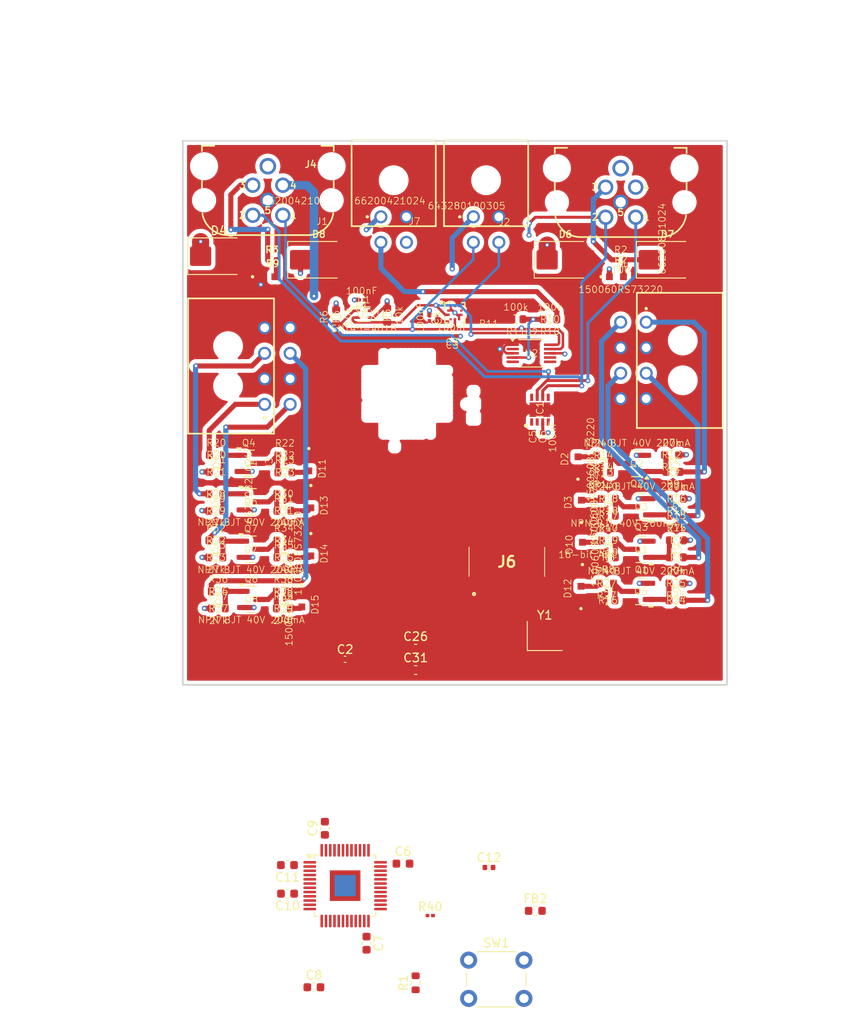
<source format=kicad_pcb>
(kicad_pcb (version 20241229) (generator "pcbnew") (generator_version "9.0")
  (layers (0 "F.Cu" signal) (4 "In1.Cu" signal) (6 "In2.Cu" signal) (2 "B.Cu" signal) (13 "F.Paste" user) (15 "B.Paste" user) (5 "F.SilkS" user "F.Silkscreen") (7 "B.SilkS" user "B.Silkscreen") (1 "F.Mask" user) (3 "B.Mask" user) (25 "Edge.Cuts" user))
  (net 0 "")
  (net 1 "GND")
  (net 2 "Net-(U3-NRST)")
  (net 3 "/CAN_RX")
  (net 4 "/CAN_L")
  (net 5 "/CAN_TX")
  (net 6 "/SHDN")
  (net 7 "/CAN_H")
  (net 8 "/STB")
  (net 9 "/p_out")
  (net 11 "Net-(Q2-B)")
  (net 12 "Net-(Q3-B)")
  (net 13 "Net-(U2-AIN0)")
  (net 18 "/ls 2.1")
  (net 19 "/ls 1.1")
  (net 20 "/s 1.1")
  (net 21 "/s 2.1")
  (net 22 "Net-(D2-PadA)")
  (net 24 "Net-(D3-PadA)")
  (net 25 "Net-(J2-Pin_3)")
  (net 26 "Net-(D10-PadA)")
  (net 27 "Net-(D11-PadA)")
  (net 28 "Net-(D12-PadA)")
  (net 29 "Net-(D13-PadA)")
  (net 30 "Net-(Q1-B)")
  (net 31 "/s 3.1")
  (net 32 "/s 5.1")
  (net 33 "Net-(Q4-B)")
  (net 34 "/s 4.1")
  (net 35 "Net-(Q5-B)")
  (net 36 "Net-(Q6-B)")
  (net 37 "/s 6.1")
  (net 38 "/ls 3.1")
  (net 39 "/ls 5.1")
  (net 40 "/ls 4.1")
  (net 41 "/ls 6.1")
  (net 42 "Net-(D14-PadA)")
  (net 43 "Net-(D15-PadA)")
  (net 44 "/ls 7.1")
  (net 45 "/ls 8.1")
  (net 46 "Net-(Q7-B)")
  (net 47 "Net-(Q8-B)")
  (net 48 "/s 7.1")
  (net 49 "/s 8.1")
  (net 50 "+3.3V")
  (net 51 "/sensor_stm/OSC_IN")
  (net 52 "Net-(D7-A1)")
  (net 53 "Net-(D9-PadA)")
  (net 54 "+5V")
  (net 55 "/sensor_stm/OSC_OUT")
  (net 57 "/sensor_stm/UART0.TX")
  (net 58 "/sensor_stm/JTAG_TDI")
  (net 59 "/sensor_stm/nRST")
  (net 60 "/sensor_stm/JTAG_TMS{slash}SWDIO")
  (net 61 "/sensor_stm/UART0.RX")
  (net 62 "/sensor_stm/JTAG_TDO{slash}SWD")
  (net 65 "/sensor_stm/JTAG_TCK{slash}SWCLK")
  (net 66 "/sensor_stm/SDA")
  (net 67 "/sensor_stm/SCL")
  (net 82 "/sensor_stm/CAN.TX")
  (footprint "Capacitor_SMD:C_0201_0603Metric" (layer "F.Cu") (at 169.68 78 180)
    (property "Reference" "C3")
    (property "Value" "100nF")
  )
  (footprint "Package_TO_SOT_SMD:SOT-23" (layer "F.Cu") (at 146.0625 108.95)
    (property "Reference" "Q8")
    (property "Value" "NPN BJT 40V 200mA")
  )
  (footprint "Resistor_SMD:R_0603_1608Metric" (layer "F.Cu") (at 196.05 102 180)
    (property "Reference" "R7")
    (property "Value" "27k")
  )
  (footprint "dz_con:Wuerth_WR_CIRCM_643280100305" (layer "F.Cu") (at 189.5 62.23223 180)
    (property "Reference" "J2")
    (property "Value" "643280100305")
  )
  (footprint "Resistor_SMD:R_0603_1608Metric" (layer "F.Cu") (at 188 109.05 180)
    (property "Reference" "R26" (hide yes))
    (property "Value" "1k")
  )
  (footprint "Capacitor_SMD:C_0603_1608Metric" (layer "F.Cu") (at 159.61 149.375 -90)
    (property "Reference" "C7")
    (property "Value" "10nF")
  )
  (footprint "Resistor_SMD:R_0603_1608Metric" (layer "F.Cu") (at 149.8875 98.525)
    (property "Reference" "R31")
    (property "Value" "240")
  )
  (footprint "dz_dio:LED_0603" (layer "F.Cu") (at 189 71)
    (property "Reference" "D1")
    (property "Value" "150060RS73220")
  )
  (footprint "Resistor_SMD:R_0603_1608Metric" (layer "F.Cu") (at 149.8875 96.525)
    (property "Reference" "R30" (hide yes))
    (property "Value" "1k")
  )
  (footprint "Package_TO_SOT_SMD:SOT-23" (layer "F.Cu") (at 191.8875 108 180)
    (property "Reference" "Q5" (hide yes))
    (property "Value" "NPN BJT 40V 200mA")
  )
  (footprint "Diode_SMD:D_SMB" (layer "F.Cu") (at 154 69)
    (property "Reference" "D8")
    (property "Value" "SMBJ3.3A")
  )
  (footprint "dz_comm:TCAN3414DRBR" (layer "F.Cu") (at 180.005 86.63 90)
    (property "Reference" "IC1")
    (property "Value" "TCAN3414DRBR" (hide yes))
  )
  (footprint "Resistor_SMD:R_0603_1608Metric" (layer "F.Cu") (at 149.8875 104)
    (property "Reference" "R35")
    (property "Value" "240")
  )
  (footprint "Resistor_SMD:R_0603_1608Metric" (layer "F.Cu") (at 150 92)
    (property "Reference" "R22")
    (property "Value" "1k")
  )
  (footprint "dz_dio:LED_0603" (layer "F.Cu") (at 184.475 93 90)
    (property "Reference" "D2")
    (property "Value" "150060BS73220")
  )
  (footprint "Package_TO_SOT_SMD:SOT-23" (layer "F.Cu") (at 191.9375 103.05 180)
    (property "Reference" "Q1")
    (property "Value" "NPN BJT 40V 200mA")
  )
  (footprint "Diode_SMD:D_SMB" (layer "F.Cu") (at 142.24 68.58)
    (property "Reference" "D4")
    (property "Value" "SMBJ3.3A")
  )
  (footprint "dz_dio:LED_0603" (layer "F.Cu") (at 184.875 98.1 90)
    (property "Reference" "D3")
    (property "Value" "150060BS73220")
  )
  (footprint "Package_TO_SOT_SMD:SOT-23" (layer "F.Cu") (at 145.7625 92.95)
    (property "Reference" "Q4")
    (property "Value" "NPN BJT 40V 200mA" (hide yes))
  )
  (footprint "Resistor_SMD:R_0603_1608Metric" (layer "F.Cu") (at 188.05 99.1 180)
    (property "Reference" "R17")
    (property "Value" "1k")
  )
  (footprint "dz_dio:LED_0603" (layer "F.Cu") (at 152.825 93 -90)
    (property "Reference" "D11")
    (property "Value" "150060BS73220" (hide yes))
  )
  (footprint "Resistor_SMD:R_0603_1608Metric" (layer "F.Cu") (at 141.9375 93.95)
    (property "Reference" "R21")
    (property "Value" "27k" (hide yes))
  )
  (footprint "Capacitor_SMD:C_0402_1005Metric" (layer "F.Cu") (at 174.01 140.47)
    (property "Reference" "C12")
    (property "Value" "4.7uF")
  )
  (footprint "Sensor_Humidity:Sensirion_DFN-4_1.5x1.5mm_P0.8mm_SHT4x_NoCentralPad" (layer "F.Cu") (at 159.3 75.4)
    (property "Reference" "U1")
    (property "Value" "SHT45-AD1B")
  )
  (footprint "Button_Switch_THT:SW_PUSH_6mm" (layer "F.Cu") (at 171.62 151.37)
    (property "Reference" "SW1")
    (property "Value" "Button Switch SPST-No")
  )
  (footprint "Resistor_SMD:R_0603_1608Metric" (layer "F.Cu") (at 196.05 99.1 180)
    (property "Reference" "R15")
    (property "Value" "1k")
  )
  (footprint "Package_TO_SOT_SMD:SOT-23" (layer "F.Cu") (at 191.4125 92.95 180)
    (property "Reference" "Q2")
    (property "Value" "NPN BJT 40V 200mA")
  )
  (footprint "Resistor_SMD:R_0603_1608Metric" (layer "F.Cu") (at 195.65 93.95 180)
    (property "Reference" "R9")
    (property "Value" "1k")
  )
  (footprint "dz_dio:LED_0603" (layer "F.Cu") (at 153.0625 97.35 -90)
    (property "Reference" "D13")
    (property "Value" "150060BS73220" (hide yes))
  )
  (footprint "Resistor_SMD:R_0603_1608Metric" (layer "F.Cu") (at 196 109.05 180)
    (property "Reference" "R24" (hide yes))
    (property "Value" "1k")
  )
  (footprint "dz_con:Wurth_66200421024" (layer "F.Cu") (at 173.67 60 180)
    (property "Reference" "J7")
    (property "Value" "66200421024")
  )
  (footprint "dz_con:Wuerth_WR_CIRCM_643280100305" (layer "F.Cu") (at 148 62 180)
    (property "Reference" "J4")
    (property "Value" "643280100305")
  )
  (footprint "Resistor_SMD:R_0603_1608Metric" (layer "F.Cu") (at 196.05 104 180)
    (property "Reference" "R4")
    (property "Value" "1k")
  )
  (footprint "Resistor_SMD:R_0603_1608Metric" (layer "F.Cu") (at 149.8875 102)
    (property "Reference" "R34")
    (property "Value" "1k")
  )
  (footprint "Capacitor_SMD:C_0402_1005Metric" (layer "F.Cu") (at 157.09 115.99)
    (property "Reference" "C2")
    (property "Value" "100nF")
  )
  (footprint "Resistor_SMD:R_0603_1608Metric" (layer "F.Cu") (at 141.8875 104)
    (property "Reference" "R33")
    (property "Value" "27k")
  )
  (footprint "Resistor_SMD:R_0603_1608Metric" (layer "F.Cu") (at 141.8875 96.525)
    (property "Reference" "R28" (hide yes))
    (property "Value" "1k")
  )
  (footprint "Resistor_SMD:R_0201_0603Metric" (layer "F.Cu") (at 167.1 146.13)
    (property "Reference" "R40")
    (property "Value" "0")
  )
  (footprint "dz_con:Wurth_66200821024" (layer "F.Cu") (at 196.45 80.84 90)
    (property "Reference" "J5" (hide yes))
    (property "Value" "66200821024")
  )
  (footprint "Resistor_SMD:R_0603_1608Metric" (layer "F.Cu") (at 149.825 110)
    (property "Reference" "R39")
    (property "Value" "240")
  )
  (footprint "Resistor_SMD:R_0603_1608Metric" (layer "F.Cu") (at 188.05 97.1 180)
    (property "Reference" "R18")
    (property "Value" "240")
  )
  (footprint "dz_con:FTSH-107-XX-YYY-DV" (layer "F.Cu") (at 176.11 104.525)
    (property "Reference" "J6")
    (property "Value" "FTSH-107-02-L-DV" (hide yes))
  )
  (footprint "Resistor_SMD:R_0402_1005Metric" (layer "F.Cu") (at 148.49 69)
    (property "Reference" "R3")
    (property "Value" "100")
  )
  (footprint "Diode_SMD:D_SMB" (layer "F.Cu") (at 183 69)
    (property "Reference" "D6")
    (property "Value" "SMBJ3.3A")
  )
  (footprint "Resistor_SMD:R_0603_1608Metric" (layer "F.Cu") (at 196 107.05 180)
    (property "Reference" "R25")
    (property "Value" "27k")
  )
  (footprint "Resistor_SMD:R_0603_1608Metric" (layer "F.Cu") (at 165.38 154.035 90)
    (property "Reference" "R1")
    (property "Value" "10k")
  )
  (footprint "Package_TO_SOT_SMD:SOT-23" (layer "F.Cu") (at 146 103.05)
    (property "Reference" "Q7")
    (property "Value" "NPN BJT 40V 200mA")
  )
  (footprint "Resistor_SMD:R_0603_1608Metric" (layer "F.Cu") (at 141.9375 91.95)
    (property "Reference" "R20")
    (property "Value" "1k")
  )
  (footprint "Crystal:Crystal_SMD_3225-4Pin_3.2x2.5mm" (layer "F.Cu") (at 180.57 113.25)
    (property "Reference" "Y1")
    (property "Value" "16.0MHz")
  )
  (footprint "Resistor_SMD:R_0603_1608Metric" (layer "F.Cu") (at 149.825 108)
    (property "Reference" "R38")
    (property "Value" "1k")
  )
  (footprint "Resistor_SMD:R_0603_1608Metric" (layer "F.Cu") (at 162.035 75.535 90)
    (property "Reference" "R5")
    (property "Value" "10k")
  )
  (footprint "Resistor_SMD:R_0603_1608Metric" (layer "F.Cu") (at 188.05 104 180)
    (property "Reference" "R8")
    (property "Value" "1k")
  )
  (footprint "Resistor_SMD:R_0603_1608Metric" (layer "F.Cu") (at 141.8875 102)
    (property "Reference" "R32")
    (property "Value" "1k")
  )
  (footprint "Resistor_SMD:R_0603_1608Metric" (layer "F.Cu") (at 150 94)
    (property "Reference" "R23")
    (property "Value" "240" (hide yes))
  )
  (footprint "Resistor_SMD:R_0603_1608Metric" (layer "F.Cu") (at 187.825 107.05 180)
    (property "Reference" "R27")
    (property "Value" "240")
  )
  (footprint "dz_con:Wurth_66200821024" (layer "F.Cu") (at 143.675 81.5 -90)
    (property "Reference" "J3")
    (property "Value" "66200821024")
  )
  (footprint "Capacitor_SMD:C_0603_1608Metric" (layer "F.Cu") (at 153.42 154.56)
    (property "Reference" "C8")
    (property "Value" "100nF")
  )
  (footprint "Resistor_SMD:R_0603_1608Metric" (layer "F.Cu") (at 142.175 110)
    (property "Reference" "R37")
    (property "Value" "27k")
  )
  (footprint "dz_dio:LED_0603" (layer "F.Cu") (at 148 71)
    (property "Reference" "D9")
    (property "Value" "150060RS73220")
  )
  (footprint "dz_dio:LED_0603" (layer "F.Cu") (at 185 103.05 90)
    (property "Reference" "D10")
    (property "Value" "150060BS73220")
  )
  (footprint "Resistor_SMD:R_0603_1608Metric" (layer "F.Cu") (at 181.175 76 180)
    (property "Reference" "R10")
    (property "Value" "100k")
  )
  (footprint "Package_TO_SOT_SMD:SOT-23" (layer "F.Cu") (at 191.9375 98.05 180)
    (property "Reference" "Q3")
    (property "Value" "NPN BJT 40V 200mA")
  )
  (footprint "Package_SO:VSSOP-10_3x3mm_P0.5mm" (layer "F.Cu") (at 179 80)
    (property "Reference" "U2")
    (property "Value" "16-bit ADC")
  )
  (footprint "Capacitor_SMD:C_0603_1608Metric" (layer "F.Cu") (at 165.39 117.25)
    (property "Reference" "C31")
    (property "Value" "10pF")
  )
  (footprint "Package_TO_SOT_SMD:SOT-23" (layer "F.Cu") (at 146 97.475)
    (property "Reference" "Q6" (hide yes))
    (property "Value" "NPN BJT 40V 200mA")
  )
  (footprint "dz_dio:LED_0603" (layer "F.Cu") (at 184.825 108.225 90)
    (property "Reference" "D12")
    (property "Value" "150060BS73220" (hide yes))
  )
  (footprint "dz_sens:QFN10_BMP581_BOS" (layer "F.Cu") (at 170 75.225)
    (property "Reference" "U4" (hide yes))
    (property "Value" "BMP581")
  )
  (footprint "dz_dio:LED_0603" (layer "F.Cu") (at 153.0625 103 -90)
    (property "Reference" "D14")
    (property "Value" "150060BS73220")
  )
  (footprint "Capacitor_SMD:C_0603_1608Metric" (layer "F.Cu") (at 150.32 143.55 180)
    (property "Reference" "C10")
    (property "Value" "100nF")
  )
  (footprint "Resistor_SMD:R_0603_1608Metric" (layer "F.Cu") (at 141.8875 98.525)
    (property "Reference" "R29")
    (property "Value" "27k")
  )
  (footprint "dz_con:Wurth_66200421024" (layer "F.Cu") (at 162.8 60 180)
    (property "Reference" "J1")
    (property "Value" "66200421024")
  )
  (footprint "Capacitor_SMD:C_0402_1005Metric" (layer "F.Cu") (at 180.33 89.819997 90)
    (property "Reference" "C5")
    (property "Value" "100nF")
  )
  (footprint "Resistor_SMD:R_0603_1608Metric" (layer "F.Cu") (at 187.475 94 180)
    (property "Reference" "R13")
    (property "Value" "1k")
  )
  (footprint "dz_dio:LED_0603" (layer "F.Cu") (at 152 109 -90)
    (property "Reference" "D15")
    (property "Value" "150060BS73220")
  )
  (footprint "Resistor_SMD:R_0603_1608Metric" (layer "F.Cu") (at 142.175 108)
    (property "Reference" "R36")
    (property "Value" "1k")
  )
  (footprint "Inductor_SMD:L_0603_1608Metric" (layer "F.Cu") (at 179.46 145.57)
    (property "Reference" "FB2")
    (property "Value" "100Ω@100MHz")
  )
  (footprint "Capacitor_SMD:C_0201_0603Metric" (layer "F.Cu") (at 159.035 73.71 180)
    (property "Reference" "C1")
    (property "Value" "100nF")
  )
  (footprint "Diode_SMD:D_SMB" (layer "F.Cu") (at 195 69)
    (property "Reference" "D7")
    (property "Value" "SMBJ3.3A")
  )
  (footprint "Capacitor_SMD:C_0603_1608Metric" (layer "F.Cu") (at 165.39 114.74)
    (property "Reference" "C26")
    (property "Value" "10pF")
  )
  (footprint "Capacitor_SMD:C_0201_0603Metric" (layer "F.Cu") (at 167 75.88 -90)
    (property "Reference" "C4")
    (property "Value" "100nF")
  )
  (footprint "Resistor_SMD:R_0402_1005Metric" (layer "F.Cu") (at 189.51 69)
    (property "Reference" "R2")
    (property "Value" "100")
  )
  (footprint "Capacitor_SMD:C_0603_1608Metric" (layer "F.Cu") (at 163.895 140.02)
    (property "Reference" "C6")
    (property "Value" "100nF")
  )
  (footprint "Capacitor_SMD:C_0603_1608Metric" (layer "F.Cu") (at 154.71 135.86 90)
    (property "Reference" "C9")
    (property "Value" "1uF")
  )
  (footprint "Resistor_SMD:R_0603_1608Metric" (layer "F.Cu") (at 195.475 91.95 180)
    (property "Reference" "R12")
    (property "Value" "27k")
  )
  (footprint "Resistor_SMD:R_0603_1608Metric" (layer "F.Cu") (at 156.035 75.71 90)
    (property "Reference" "R6")
    (property "Value" "10k")
  )
  (footprint "dz_mcu:STM32L451CET6" (layer "F.Cu") (at 157.09 142.61)
    (property "Reference" "U3" (hide yes))
    (property "Value" "STM32L451CET6")
  )
  (footprint "Resistor_SMD:R_0603_1608Metric" (layer "F.Cu") (at 196.05 97.1 180)
    (property "Reference" "R16")
    (property "Value" "27k")
  )
  (footprint "Resistor_SMD:R_0603_1608Metric" (layer "F.Cu") (at 187.475 92 180)
    (property "Reference" "R14")
    (property "Value" "240")
  )
  (footprint "Resistor_SMD:R_0603_1608Metric" (layer "F.Cu") (at 177.175 76 180)
    (property "Reference" "R11")
    (property "Value" "100k")
  )
  (footprint "Capacitor_SMD:C_0603_1608Metric" (layer "F.Cu") (at 150.31 140.19 180)
    (property "Reference" "C11")
    (property "Value" "100nF")
  )
  (footprint "Resistor_SMD:R_0603_1608Metric" (layer "F.Cu") (at 188.05 102 180)
    (property "Reference" "R19")
    (property "Value" "240")
  )
  (gr_rect (start 138 55) (end 202 119) (stroke (width 0.2)) (fill no) (layer "Edge.Cuts"))
  (segment (start 175.774 79.49) (end 175.31 79.49) (width 0.3) (layer "F.Cu") (net 1))
  (segment (start 176.041176 79) (end 176.8 79) (width 0.3) (layer "F.Cu") (net 1))
  (segment (start 147.175 71.915) (end 147.17 71.92) (width 0.6) (layer "F.Cu") (net 1))
  (segment (start 175.774 79.49) (end 175.774 79.267176) (width 0.3) (layer "F.Cu") (net 1))
  (segment (start 147.175 71) (end 147.175 71.915) (width 0.6) (layer "F.Cu") (net 1))
  (segment (start 176.041176 80) (end 175.774 79.732824) (width 0.3) (layer "F.Cu") (net 1))
  (segment (start 176.8 80) (end 176.041176 80) (width 0.3) (layer "F.Cu") (net 1))
  (segment (start 175.774 79.267176) (end 176.041176 79) (width 0.3) (layer "F.Cu") (net 1))
  (segment (start 175.774 79.732824) (end 175.774 79.49) (width 0.3) (layer "F.Cu") (net 1))
  (segment (start 175.31 79.49) (end 175.3 79.5) (width 0.3) (layer "F.Cu") (net 1))
  (via (at 147.17 71.92) (size 0.6) (drill 0.3) (layers "F.Cu" "B.Cu") (net 1))
  (via (at 175.3 79.5) (size 0.6) (drill 0.3) (layers "F.Cu" "B.Cu") (net 1))
  (segment (start 178.76 64.7) (end 179.46 64) (width 0.35) (layer "F.Cu") (net 4))
  (segment (start 184.92 83.83) (end 184.9 83.81) (width 0.35) (layer "F.Cu") (net 4))
  (segment (start 179.46 64) (end 187.73223 64) (width 0.35) (layer "F.Cu") (net 4))
  (segment (start 184.9 83.81) (end 180.925 83.81) (width 0.35) (layer "F.Cu") (net 4))
  (segment (start 180.33 84.405) (end 180.33 85.18) (width 0.35) (layer "F.Cu") (net 4))
  (segment (start 180.925 83.81) (end 180.33 84.405) (width 0.35) (layer "F.Cu") (net 4))
  (via (at 178.72 66.105) (size 0.6) (drill 0.3) (layers "F.Cu" "B.Cu") (net 4))
  (via (at 184.92 83.83) (size 0.6) (drill 0.3) (layers "F.Cu" "B.Cu") (net 4))
  (via (at 178.76 64.7) (size 0.6) (drill 0.3) (layers "F.Cu" "B.Cu") (net 4))
  (segment (start 187.73223 68.82777) (end 187.73223 64) (width 0.35) (layer "B.Cu") (net 4))
  (segment (start 184.52 82.76) (end 173.5 82.76) (width 0.35) (layer "B.Cu") (net 4))
  (segment (start 147.43777 63.76777) (end 146.23223 63.76777) (width 0.35) (layer "B.Cu") (net 4))
  (segment (start 178.72 66.105) (end 178.72 64.74) (width 0.35) (layer "B.Cu") (net 4))
  (segment (start 184.92 71.64) (end 187.73223 68.82777) (width 0.35) (layer "B.Cu") (net 4))
  (segment (start 178.72 64.74) (end 178.76 64.7) (width 0.35) (layer "B.Cu") (net 4))
  (segment (start 184.92 83.16) (end 184.92 71.64) (width 0.35) (layer "B.Cu") (net 4))
  (segment (start 173.5 82.76) (end 169.31 78.57) (width 0.35) (layer "B.Cu") (net 4))
  (segment (start 149.32 71.29) (end 149.32 65.65) (width 0.35) (layer "B.Cu") (net 4))
  (segment (start 156.6 78.57) (end 149.32 71.29) (width 0.35) (layer "B.Cu") (net 4))
  (segment (start 149.32 65.65) (end 147.43777 63.76777) (width 0.35) (layer "B.Cu") (net 4))
  (segment (start 184.92 83.16) (end 184.52 82.76) (width 0.35) (layer "B.Cu") (net 4))
  (segment (start 184.92 83.83) (end 184.92 83.16) (width 0.35) (layer "B.Cu") (net 4))
  (segment (start 169.31 78.57) (end 156.6 78.57) (width 0.35) (layer "B.Cu") (net 4))
  (segment (start 179.68 84.34648) (end 180.82248 83.204) (width 0.35) (layer "F.Cu") (net 7))
  (segment (start 181 82.135) (end 181 83.02648) (width 0.3) (layer "F.Cu") (net 7))
  (segment (start 181 83.02648) (end 180.82248 83.204) (width 0.3) (layer "F.Cu") (net 7))
  (segment (start 180.82248 83.204) (end 185.624 83.204) (width 0.35) (layer "F.Cu") (net 7))
  (segment (start 179.68 85.18) (end 179.68 84.34648) (width 0.35) (layer "F.Cu") (net 7))
  (segment (start 185.624 83.204) (end 185.64 83.22) (width 0.35) (layer "F.Cu") (net 7))
  (via (at 185.64 83.22) (size 0.6) (drill 0.3) (layers "F.Cu" "B.Cu") (net 7))
  (via (at 181 82.135) (size 0.6) (drill 0.3) (layers "F.Cu" "B.Cu") (net 7))
  (segment (start 150.08 70.87) (end 150.08 71.194206) (width 0.3) (layer "B.Cu") (net 7))
  (segment (start 149.76777 63.76777) (end 150.08 64.08) (width 0.3) (layer "B.Cu") (net 7))
  (segment (start 150.08 71.194206) (end 156.765794 77.88) (width 0.3) (layer "B.Cu") (net 7))
  (segment (start 173.865 82.135) (end 181 82.135) (width 0.3) (layer "B.Cu") (net 7))
  (segment (start 150.08 64.08) (end 150.08 70.87) (width 0.3) (layer "B.Cu") (net 7))
  (segment (start 169.61 77.88) (end 170.52 78.79) (width 0.3) (layer "B.Cu") (net 7))
  (segment (start 170.52 78.79) (end 173.865 82.135) (width 0.3) (layer "B.Cu") (net 7))
  (segment (start 185.64 83.22) (end 185.64 76.45) (width 0.35) (layer "B.Cu") (net 7))
  (segment (start 191.26777 70.82223) (end 191.26777 64) (width 0.35) (layer "B.Cu") (net 7))
  (segment (start 156.765794 77.88) (end 156.93 77.88) (width 0.3) (layer "B.Cu") (net 7))
  (segment (start 156.93 77.88) (end 169.61 77.88) (width 0.3) (layer "B.Cu") (net 7))
  (segment (start 185.64 76.45) (end 191.26777 70.82223) (width 0.35) (layer "B.Cu") (net 7))
  (segment (start 182 76) (end 182 75.11) (width 0.6) (layer "F.Cu") (net 9))
  (segment (start 179.64 72.75) (end 166.24 72.75) (width 0.6) (layer "F.Cu") (net 9))
  (segment (start 181.35 74.46) (end 179.64 72.75) (width 0.6) (layer "F.Cu") (net 9))
  (segment (start 182 75.11) (end 181.35 74.46) (width 0.6) (layer "F.Cu") (net 9))
  (via (at 166.24 72.75) (size 0.6) (drill 0.3) (layers "F.Cu" "B.Cu") (net 9))
  (segment (start 161.3 69.99) (end 161.3 66.95) (width 0.6) (layer "B.Cu") (net 9))
  (segment (start 166.24 72.75) (end 164.06 72.75) (width 0.6) (layer "B.Cu") (net 9))
  (segment (start 164.06 72.75) (end 161.3 69.99) (width 0.6) (layer "B.Cu") (net 9))
  (segment (start 194.825 92.125) (end 194.65 91.95) (width 0.6) (layer "F.Cu") (net 11))
  (segment (start 192.35 93.9) (end 194.775 93.9) (width 0.6) (layer "F.Cu") (net 11))
  (segment (start 194.775 93.9) (end 194.825 93.95) (width 0.6) (layer "F.Cu") (net 11))
  (segment (start 194.825 93.95) (end 194.825 92.125) (width 0.6) (layer "F.Cu") (net 11))
  (segment (start 192.875 99) (end 195.125 99) (width 0.6) (layer "F.Cu") (net 12))
  (segment (start 195.125 99) (end 195.225 99.1) (width 0.6) (layer "F.Cu") (net 12))
  (segment (start 195.225 99.1) (end 195.225 97.1) (width 0.6) (layer "F.Cu") (net 12))
  (segment (start 176.8 80.5) (end 178.68 80.5) (width 0.3) (layer "F.Cu") (net 13))
  (segment (start 178 76) (end 180.35 76) (width 0.6) (layer "F.Cu") (net 13))
  (via (at 178.68 80.5) (size 0.6) (drill 0.3) (layers "F.Cu" "B.Cu") (net 13))
  (via (at 179.21 76.01) (size 0.6) (drill 0.3) (layers "F.Cu" "B.Cu") (net 13))
  (segment (start 178.68 80.5) (end 178.68 76.54) (width 0.3) (layer "B.Cu") (net 13))
  (segment (start 178.68 76.54) (end 179.21 76.01) (width 0.3) (layer "B.Cu") (net 13))
  (segment (start 196.875 99.1) (end 198.58 99.1) (width 0.6) (layer "F.Cu") (net 18))
  (via (at 198.58 99.1) (size 0.6) (drill 0.3) (layers "F.Cu" "B.Cu") (net 18))
  (segment (start 198.58 99.1) (end 198.58 88.42) (width 0.6) (layer "B.Cu") (net 18))
  (segment (start 198.58 88.42) (end 192.5 82.34) (width 0.6) (layer "B.Cu") (net 18))
  (segment (start 199.33 93.95) (end 196.475 93.95) (width 0.6) (layer "F.Cu") (net 19))
  (segment (start 199.35 93.93) (end 199.33 93.95) (width 0.6) (layer "F.Cu") (net 19))
  (via (at 199.35 93.93) (size 0.6) (drill 0.3) (layers "F.Cu" "B.Cu") (net 19))
  (segment (start 199.35 77.58) (end 198.11 76.34) (width 0.6) (layer "B.Cu") (net 19))
  (segment (start 199.35 93.93) (end 199.35 77.58) (width 0.6) (layer "B.Cu") (net 19))
  (segment (start 198.11 76.34) (end 192.5 76.34) (width 0.6) (layer "B.Cu") (net 19))
  (segment (start 188.3 94) (end 188.3 92) (width 0.6) (layer "F.Cu") (net 20))
  (segment (start 190.475 92.95) (end 189.25 92.95) (width 0.6) (layer "F.Cu") (net 20))
  (segment (start 189.25 92.95) (end 188.3 92) (width 0.6) (layer "F.Cu") (net 20))
  (segment (start 188.875 99.1) (end 188.875 97.1) (width 0.6) (layer "F.Cu") (net 21))
  (segment (start 191 98.05) (end 189.825 98.05) (width 0.6) (layer "F.Cu") (net 21))
  (segment (start 189.825 98.05) (end 188.875 97.1) (width 0.6) (layer "F.Cu") (net 21))
  (segment (start 184.475 92.175) (end 186.475 92.175) (width 0.6) (layer "F.Cu") (net 22))
  (segment (start 186.475 92.175) (end 186.65 92) (width 0.6) (layer "F.Cu") (net 22))
  (segment (start 187.05 97.275) (end 187.225 97.1) (width 0.6) (layer "F.Cu") (net 24))
  (segment (start 184.875 97.275) (end 187.05 97.275) (width 0.6) (layer "F.Cu") (net 24))
  (segment (start 188.42 69) (end 186.28 66.86) (width 0.6) (layer "F.Cu") (net 25))
  (segment (start 189 69) (end 188.42 69) (width 0.6) (layer "F.Cu") (net 25))
  (via (at 186.28 66.86) (size 0.6) (drill 0.3) (layers "F.Cu" "B.Cu") (net 25))
  (segment (start 186.28 61.91669) (end 187.73223 60.46446) (width 0.6) (layer "B.Cu") (net 25))
  (segment (start 186.28 66.86) (end 186.28 61.91669) (width 0.6) (layer "B.Cu") (net 25))
  (segment (start 187 102.225) (end 187.225 102) (width 0.6) (layer "F.Cu") (net 26))
  (segment (start 185 102.225) (end 187 102.225) (width 0.6) (layer "F.Cu") (net 26))
  (segment (start 152.65 94) (end 152.825 93.825) (width 0.6) (layer "F.Cu") (net 27))
  (segment (start 150.825 94) (end 152.65 94) (width 0.6) (layer "F.Cu") (net 27))
  (segment (start 186.65 107.4) (end 187 107.05) (width 0.6) (layer "F.Cu") (net 28))
  (segment (start 184.825 107.4) (end 186.65 107.4) (width 0.6) (layer "F.Cu") (net 28))
  (segment (start 152.7125 98.525) (end 153.0625 98.175) (width 0.6) (layer "F.Cu") (net 29))
  (segment (start 150.7125 98.525) (end 152.7125 98.525) (width 0.6) (layer "F.Cu") (net 29))
  (segment (start 192.875 104) (end 195.225 104) (width 0.6) (layer "F.Cu") (net 30))
  (segment (start 195.225 102) (end 195.225 104) (width 0.6) (layer "F.Cu") (net 30))
  (segment (start 189.925 103.05) (end 188.875 102) (width 0.6) (layer "F.Cu") (net 31))
  (segment (start 188.875 104) (end 188.875 102) (width 0.6) (layer "F.Cu") (net 31))
  (segment (start 191 103.05) (end 189.925 103.05) (width 0.6) (layer "F.Cu") (net 31))
  (segment (start 149.175 94) (end 149.175 92) (width 0.6) (layer "F.Cu") (net 32))
  (segment (start 146.7 92.95) (end 148.225 92.95) (width 0.6) (layer "F.Cu") (net 32))
  (segment (start 148.225 92.95) (end 149.175 92) (width 0.6) (layer "F.Cu") (net 32))
  (segment (start 144.825 92) (end 142.8125 92) (width 0.6) (layer "F.Cu") (net 33))
  (segment (start 142.8125 92) (end 142.7625 91.95) (width 0.6) (layer "F.Cu") (net 33))
  (segment (start 142.7625 91.95) (end 142.7625 93.95) (width 0.6) (layer "F.Cu") (net 33))
  (segment (start 188.825 107.225) (end 188.65 107.05) (width 0.6) (layer "F.Cu") (net 34))
  (segment (start 188.825 109.05) (end 188.825 107.225) (width 0.6) (layer "F.Cu") (net 34))
  (segment (start 190.95 108) (end 189.6 108) (width 0.6) (layer "F.Cu") (net 34))
  (segment (start 189.6 108) (end 188.65 107.05) (width 0.6) (layer "F.Cu") (net 34))
  (segment (start 195.075 108.95) (end 195.175 109.05) (width 0.6) (layer "F.Cu") (net 35))
  (segment (start 192.825 108.95) (end 195.075 108.95) (width 0.6) (layer "F.Cu") (net 35))
  (segment (start 195.175 109.05) (end 195.175 107.05) (width 0.6) (layer "F.Cu") (net 35))
  (segment (start 142.7125 98.525) (end 142.7125 96.525) (width 0.6) (layer "F.Cu") (net 36))
  (segment (start 142.7125 96.525) (end 145.0625 96.525) (width 0.6) (layer "F.Cu") (net 36))
  (segment (start 149.0625 96.525) (end 149.0625 98.525) (width 0.6) (layer "F.Cu") (net 37))
  (segment (start 146.9375 97.475) (end 148.1125 97.475) (width 0.6) (layer "F.Cu") (net 37))
  (segment (start 148.1125 97.475) (end 149.0625 96.525) (width 0.6) (layer "F.Cu") (net 37))
  (segment (start 198.67 104.05) (end 198.62 104) (width 0.6) (layer "F.Cu") (net 38))
  (segment (start 198.62 104) (end 196.875 104) (width 0.6) (layer "F.Cu") (net 38))
  (via (at 198.67 104.05) (size 0.6) (drill 0.3) (layers "F.Cu" "B.Cu") (net 38))
  (segment (start 198.665 101.855) (end 187.25 90.44) (width 0.6) (layer "B.Cu") (net 38))
  (segment (start 187.25 78.59) (end 189.5 76.34) (width 0.6) (layer "B.Cu") (net 38))
  (segment (start 187.25 90.44) (end 187.25 78.59) (width 0.6) (layer "B.Cu") (net 38))
  (segment (start 198.67 103.65) (end 198.665 103.645) (width 0.6) (layer "B.Cu") (net 38))
  (segment (start 198.665 103.645) (end 198.665 101.855) (width 0.6) (layer "B.Cu") (net 38))
  (segment (start 198.67 104.05) (end 198.67 103.65) (width 0.6) (layer "B.Cu") (net 38))
  (segment (start 141.1125 91.95) (end 141.1125 89.0675) (width 0.6) (layer "F.Cu") (net 39))
  (segment (start 141.1125 89.0675) (end 144.18 86) (width 0.6) (layer "F.Cu") (net 39))
  (segment (start 144.18 86) (end 147.625 86) (width 0.6) (layer "F.Cu") (net 39))
  (segment (start 196.825 109.05) (end 199.72 109.05) (width 0.6) (layer "F.Cu") (net 40))
  (segment (start 199.72 109.05) (end 199.73 109.04) (width 0.6) (layer "F.Cu") (net 40))
  (via (at 199.73 109.04) (size 0.6) (drill 0.3) (layers "F.Cu" "B.Cu") (net 40))
  (segment (start 191.061037 93.128963) (end 191.038963 93.128963) (width 0.6) (layer "B.Cu") (net 40))
  (segment (start 191.038963 93.128963) (end 188.001 90.091) (width 0.6) (layer "B.Cu") (net 40))
  (segment (start 188.001 83.839) (end 189.5 82.34) (width 0.6) (layer "B.Cu") (net 40))
  (segment (start 199.73 109.04) (end 199.73 101.797926) (width 0.6) (layer "B.Cu") (net 40))
  (segment (start 188.001 90.091) (end 188.001 83.839) (width 0.6) (layer "B.Cu") (net 40))
  (segment (start 199.73 101.797926) (end 191.061037 93.128963) (width 0.6) (layer "B.Cu") (net 40))
  (segment (start 139.54 81.49) (end 146.135 81.49) (width 0.6) (layer "F.Cu") (net 41))
  (segment (start 141.0625 96.525) (end 139.955 96.525) (width 0.6) (layer "F.Cu") (net 41))
  (segment (start 139.955 96.525) (end 139.94 96.51) (width 0.6) (layer "F.Cu") (net 41))
  (segment (start 146.135 81.49) (end 147.625 80) (width 0.6) (layer "F.Cu") (net 41))
  (via (at 139.94 96.51) (size 0.6) (drill 0.3) (layers "F.Cu" "B.Cu") (net 41))
  (via (at 139.54 81.49) (size 0.6) (drill 0.3) (layers "F.Cu" "B.Cu") (net 41))
  (segment (start 139.94 96.51) (end 139.499 96.069) (width 0.6) (layer "B.Cu") (net 41))
  (segment (start 139.499 81.531) (end 139.54 81.49) (width 0.6) (layer "B.Cu") (net 41))
  (segment (start 139.499 96.069) (end 139.499 81.531) (width 0.6) (layer "B.Cu") (net 41))
  (segment (start 152.8875 104) (end 153.0625 103.825) (width 0.6) (layer "F.Cu") (net 42))
  (segment (start 150.7125 104) (end 152.8875 104) (width 0.6) (layer "F.Cu") (net 42))
  (segment (start 150.65 110) (end 151.825 110) (width 0.6) (layer "F.Cu") (net 43))
  (segment (start 151.825 110) (end 152 109.825) (width 0.6) (layer "F.Cu") (net 43))
  (segment (start 141.0625 102) (end 141.0625 101.8075) (width 0.6) (layer "F.Cu") (net 44))
  (segment (start 141.0625 101.8075) (end 141.74 101.13) (width 0.6) (layer "F.Cu") (net 44))
  (segment (start 147.935 88.69) (end 150.625 86) (width 0.6) (layer "F.Cu") (net 44))
  (segment (start 143.06 88.69) (end 147.935 88.69) (width 0.6) (layer "F.Cu") (net 44))
  (via (at 143.06 88.69) (size 0.6) (drill 0.3) (layers "F.Cu" "B.Cu") (net 44))
  (via (at 141.74 101.13) (size 0.6) (drill 0.3) (layers "F.Cu" "B.Cu") (net 44))
  (segment (start 141.74 101.13) (end 143.06 99.81) (width 0.6) (layer "B.Cu") (net 44))
  (segment (start 143.06 99.81) (end 143.06 88.69) (width 0.6) (layer "B.Cu") (net 44))
  (segment (start 152.01 106.76) (end 152.29 106.48) (width 0.6) (layer "F.Cu") (net 45))
  (segment (start 141.35 107.18) (end 141.77 106.76) (width 0.6) (layer "F.Cu") (net 45))
  (segment (start 141.77 106.76) (end 152.01 106.76) (width 0.6) (layer "F.Cu") (net 45))
  (segment (start 141.35 108) (end 141.35 107.18) (width 0.6) (layer "F.Cu") (net 45))
  (via (at 152.29 106.48) (size 0.6) (drill 0.3) (layers "F.Cu" "B.Cu") (net 45))
  (segment (start 152.46 106.31) (end 152.46 81.835) (width 0.6) (layer "B.Cu") (net 45))
  (segment (start 152.29 106.48) (end 152.46 106.31) (width 0.6) (layer "B.Cu") (net 45))
  (segment (start 152.46 81.835) (end 150.625 80) (width 0.6) (layer "B.Cu") (net 45))
  (segment (start 142.7125 104) (end 142.7125 102) (width 0.6) (layer "F.Cu") (net 46))
  (segment (start 145.0625 102.1) (end 142.8125 102.1) (width 0.6) (layer "F.Cu") (net 46))
  (segment (start 142.8125 102.1) (end 142.7125 102) (width 0.6) (layer "F.Cu") (net 46))
  (segment (start 143 110) (end 143 108) (width 0.6) (layer "F.Cu") (net 47))
  (segment (start 143 108) (end 145.125 108) (width 0.6) (layer "F.Cu") (net 47))
  (segment (start 146.9375 103.05) (end 148.0125 103.05) (width 0.6) (layer "F.Cu") (net 48))
  (segment (start 149.0625 104) (end 149.0625 102) (width 0.6) (layer "F.Cu") (net 48))
  (segment (start 148.0125 103.05) (end 149.0625 102) (width 0.6) (layer "F.Cu") (net 48))
  (segment (start 147 108.95) (end 148.05 108.95) (width 0.6) (layer "F.Cu") (net 49))
  (segment (start 148.05 108.95) (end 149 108) (width 0.6) (layer "F.Cu") (net 49))
  (segment (start 149 110) (end 149 108) (width 0.6) (layer "F.Cu") (net 49))
  (segment (start 141.0625 98.525) (end 140.275 98.525) (width 0.6) (layer "F.Cu") (net 50))
  (segment (start 188.175 71) (end 188.175 70.095) (width 0.6) (layer "F.Cu") (net 50))
  (segment (start 180.33 89.339997) (end 180.969997 89.339997) (width 0.3) (layer "F.Cu") (net 50))
  (segment (start 170.760301 75.475) (end 170.245 75.475) (width 0.25) (layer "F.Cu") (net 50))
  (segment (start 196.875 102) (end 197.67 102) (width 0.6) (layer "F.Cu") (net 50))
  (segment (start 158.715 73.71) (end 158.19 73.71) (width 0.5) (layer "F.Cu") (net 50))
  (segment (start 197.67 102) (end 197.71 101.96) (width 0.6) (layer "F.Cu") (net 50))
  (segment (start 141.1125 93.95) (end 140.26 93.95) (width 0.6) (layer "F.Cu") (net 50))
  (segment (start 167 74.97) (end 167.01 74.96) (width 0.5) (layer "F.Cu") (net 50))
  (segment (start 182.85 80) (end 182.94 80.09) (width 0.3) (layer "F.Cu") (net 50))
  (segment (start 170.499999 75.998001) (end 170.499999 75.729999) (width 0.25) (layer "F.Cu") (net 50))
  (segment (start 143.65 65.48) (end 143.65 61.35) (width 0.6) (layer "F.Cu") (net 50))
  (segment (start 169.500001 74.451999) (end 169.500001 74.730001) (width 0.25) (layer "F.Cu") (net 50))
  (segment (start 197.62 107.05) (end 197.64 107.07) (width 0.6) (layer "F.Cu") (net 50))
  (segment (start 146.15 93.9) (end 146.16 93.89) (width 0.6) (layer "F.Cu") (net 50))
  (segment (start 191.7 107.05) (end 191.69 107.06) (width 0.6) (layer "F.Cu") (net 50))
  (segment (start 169.500001 74.730001) (end 170 75.23) (width 0.25) (layer "F.Cu") (net 50))
  (segment (start 188.175 70.095) (end 188.16 70.08) (width 0.6) (layer "F.Cu") (net 50))
  (segment (start 181.2 80) (end 182.85 80) (width 0.3) (layer "F.Cu") (net 50))
  (segment (start 145.0625 98.425) (end 146.395 98.425) (width 0.6) (layer "F.Cu") (net 50))
  (segment (start 145.0625 104) (end 146.23 104) (width 0.6) (layer "F.Cu") (net 50))
  (segment (start 151.85 70.57) (end 151.83 70.59) (width 0.6) (layer "F.Cu") (net 50))
  (segment (start 191.34 92) (end 192.35 92) (width 0.6) (layer "F.Cu") (net 50))
  (segment (start 140.275 98.525) (end 140.24 98.49) (width 0.6) (layer "F.Cu") (net 50))
  (segment (start 192.875 97.1) (end 191.57 97.1) (width 0.6) (layer "F.Cu") (net 50))
  (segment (start 141.35 110) (end 140.54 110) (width 0.6) (layer "F.Cu") (net 50))
  (segment (start 169.745 74.975) (end 170 75.23) (width 0.25) (layer "F.Cu") (net 50))
  (segment (start 145.125 109.9) (end 146.37 109.9) (width 0.6) (layer "F.Cu") (net 50))
  (segment (start 169.239699 74.975) (end 169.745 74.975) (width 0.25) (layer "F.Cu") (net 50))
  (segment (start 147.98 69) (end 147.98 65.45) (width 0.6) (layer "F.Cu") (net 50))
  (segment (start 180.969997 89.339997) (end 180.97 89.34) (width 0.3) (layer "F.Cu") (net 50))
  (segment (start 170.64 78) (end 170.65 77.99) (width 0.5) (layer "F.Cu") (net 50))
  (segment (start 180.33 88.079999) (end 180.33 89.339999) (width 0.35) (layer "F.Cu") (net 50))
  (segment (start 156.035 74.885) (end 156.035 74.105) (width 0.6) (layer "F.Cu") (net 50))
  (segment (start 192.825 107.05) (end 191.7 107.05) (width 0.6) (layer "F.Cu") (net 50))
  (segment (start 160 75.8) (end 160.44 75.8) (width 0.3) (layer "F.Cu") (net 50))
  (segment (start 170 78) (end 170.64 78) (width 0.5) (layer "F.Cu") (net 50))
  (segment (start 146.37 109.9) (end 146.38 109.89) (width 0.6) (layer "F.Cu") (net 50))
  (segment (start 144.825 93.9) (end 146.15 93.9) (width 0.6) (layer "F.Cu") (net 50))
  (segment (start 161.53 74.71) (end 162.035 74.71) (width 0.3) (layer "F.Cu") (net 50))
  (segment (start 197.57 97.1) (end 196.875 97.1) (width 0.6) (layer "F.Cu") (net 50))
  (segment (start 162.035 73.845) (end 162.03 73.84) (width 0.6) (layer "F.Cu") (net 50))
  (segment (start 197.21 91.95) (end 197.23 91.93) (width 0.6) (layer "F.Cu") (net 50))
  (segment (start 192.875 102.1) (end 191.77 102.1) (width 0.6) (layer "F.Cu") (net 50))
  (segment (start 162.035 74.71) (end 162.035 73.845) (width 0.6) (layer "F.Cu") (net 50))
  (segment (start 196.825 107.05) (end 197.62 107.05) (width 0.6) (layer "F.Cu") (net 50))
  (segment (start 196.3 91.95) (end 197.21 91.95) (width 0.6) (layer "F.Cu") (net 50))
  (segment (start 170.499999 75.729999) (end 170 75.23) (width 0.25) (layer "F.Cu") (net 50))
  (segment (start 158.19 73.71) (end 158.18 73.72) (width 0.5) (layer "F.Cu") (net 50))
  (segment (start 147.98 65.45) (end 148 65.43) (width 0.6) (layer "F.Cu") (net 50))
  (segment (start 151.85 69) (end 151.85 70.57) (width 0.6) (layer "F.Cu") (net 50))
  (segment (start 170.245 75.475) (end 170 75.23) (width 0.25) (layer "F.Cu") (net 50))
  (segment (start 140.26 93.95) (end 140.25 93.94) (width 0.6) (layer "F.Cu") (net 50))
  (segment (start 160.44 75.8) (end 161.53 74.71) (width 0.3) (layer "F.Cu") (net 50))
  (segment (start 167 75.56) (end 167 74.97) (width 0.5) (layer "F.Cu") (net 50))
  (segment (start 156.035 74.105) (end 156.03 74.1) (width 0.6) (layer "F.Cu") (net 50))
  (segment (start 141.0625 104) (end 140.26 104) (width 0.6) (layer "F.Cu") (net 50))
  (segment (start 144.76777 60.23223) (end 146.23223 60.23223) (width 0.6) (layer "F.Cu") (net 50))
  (segment (start 146.395 98.425) (end 146.41 98.41) (width 0.6) (layer "F.Cu") (net 50))
  (segment (start 191.77 102.1) (end 191.75 102.12) (width 0.6) (layer "F.Cu") (net 50))
  (segment (start 143.65 61.35) (end 144.76777 60.23223) (width 0.6) (layer "F.Cu") (net 50))
  (via (at 140.25 93.94) (size 0.6) (drill 0.3) (layers "F.Cu" "B.Cu") (net 50))
  (via (at 191.75 102.12) (size 0.6) (drill 0.3) (layers "F.Cu" "B.Cu") (net 50))
  (via (at 170.65 77.99) (size 0.6) (drill 0.3) (layers "F.Cu" "B.Cu") (net 50))
  (via (at 143.65 65.48) (size 0.6) (drill 0.3) (layers "F.Cu" "B.Cu") (net 50))
  (via (at 191.34 92) (size 0.6) (drill 0.3) (layers "F.Cu" "B.Cu") (net 50))
  (via (at 146.23 104) (size 0.6) (drill 0.3) (layers "F.Cu" "B.Cu") (net 50))
  (via (at 148 65.43) (size 0.6) (drill 0.3) (layers "F.Cu" "B.Cu") (net 50))
  (via (at 197.57 97.1) (size 0.6) (drill 0.3) (layers "F.Cu" "B.Cu") (net 50))
  (via (at 162.03 73.84) (size 0.6) (drill 0.3) (layers "F.Cu" "B.Cu") (net 50))
  (via (at 170 75.23) (size 0.6) (drill 0.3) (layers "F.Cu" "B.Cu") (net 50))
  (via (at 191.69 107.06) (size 0.6) (drill 0.3) (layers "F.Cu" "B.Cu") (net 50))
  (via (at 146.38 109.89) (size 0.6) (drill 0.3) (layers "F.Cu" "B.Cu") (net 50))
  (via (at 169.69 70.08) (size 0.6) (drill 0.3) (layers "F.Cu" "B.Cu") (net 50))
  (via (at 197.23 91.93) (size 0.6) (drill 0.3) (layers "F.Cu" "B.Cu") (net 50))
  (via (at 191.57 97.1) (size 0.6) (drill 0.3) (layers "F.Cu" "B.Cu") (net 50))
  (via (at 146.41 98.41) (size 0.6) (drill 0.3) (layers "F.Cu" "B.Cu") (net 50))
  (via (at 156.03 74.1) (size 0.6) (drill 0.3) (layers "F.Cu" "B.Cu") (net 50))
  (via (at 197.71 101.96) (size 0.6) (drill 0.3) (layers "F.Cu" "B.Cu") (net 50))
  (via (at 182.94 80.09) (size 0.6) (drill 0.3) (layers "F.Cu" "B.Cu") (net 50))
  (via (at 188.16 70.08) (size 0.6) (drill 0.3) (layers "F.Cu" "B.Cu") (net 50))
  (via (at 180.97 89.34) (size 0.6) (drill 0.3) (layers "F.Cu" "B.Cu") (net 50))
  (via (at 151.83 70.59) (size 0.6) (drill 0.3) (layers "F.Cu" "B.Cu") (net 50))
  (via (at 140.24 98.49) (size 0.6) (drill 0.3) (layers "F.Cu" "B.Cu") (net 50))
  (via (at 146.16 93.89) (size 0.6) (drill 0.3) (layers "F.Cu" "B.Cu") (net 50))
  (via (at 158.18 73.72) (size 0.6) (drill 0.3) (layers "F.Cu" "B.Cu") (net 50))
  (via (at 140.54 110) (size 0.6) (drill 0.3) (layers "F.Cu" "B.Cu") (net 50))
  (via (at 197.64 107.07) (size 0.6) (drill 0.3) (layers "F.Cu" "B.Cu") (net 50))
  (via (at 140.26 104) (size 0.6) (drill 0.3) (layers "F.Cu" "B.Cu") (net 50))
  (via (at 167.01 74.96) (size 0.6) (drill 0.3) (layers "F.Cu" "B.Cu") (net 50))
  (segment (start 148 65.43) (end 143.7 65.43) (width 0.6) (layer "B.Cu") (net 50))
  (segment (start 143.7 65.43) (end 143.65 65.48) (width 0.6) (layer "B.Cu") (net 50))
  (segment (start 169.69 66.43) (end 169.69 70.08) (width 0.6) (layer "B.Cu") (net 50))
  (segment (start 172.17 63.95) (end 169.69 66.43) (width 0.6) (layer "B.Cu") (net 50))
  (segment (start 190.02 69.75) (end 189.825 69.945) (width 0.6) (layer "F.Cu") (net 52))
  (segment (start 192.85 69) (end 190.02 69) (width 0.6) (layer "F.Cu") (net 52))
  (segment (start 189.825 69.945) (end 189.825 71) (width 0.6) (layer "F.Cu") (net 52))
  (segment (start 190.02 69) (end 190.02 69.75) (width 0.6) (layer "F.Cu") (net 52))
  (segment (start 149 70.825) (end 148.825 71) (width 0.6) (layer "F.Cu") (net 53))
  (segment (start 149 69) (end 149 70.825) (width 0.6) (layer "F.Cu") (net 53))
  (segment (start 140.09 66.87) (end 140.09 68.58) (width 2) (layer "F.Cu") (net 54))
  (segment (start 140.1 66.86) (end 140.09 66.87) (width 2) (layer "F.Cu") (net 54))
  (segment (start 180.85 67.26) (end 180.85 69) (width 2) (layer "F.Cu") (net 54))
  (via (at 153.43 73.27) (size 0.6) (drill 0.3) (layers "F.Cu" "B.Cu") (net 54))
  (via (at 159.58 65.47) (size 0.6) (drill 0.3) (layers "F.Cu" "B.Cu") (net 54))
  (via (at 180.85 67.26) (size 0.5) (drill 0.3) (layers "F.Cu" "B.Cu") (net 54))
  (via (at 140.1 66.86) (size 0.5) (drill 0.3) (layers "F.Cu" "B.Cu") (net 54))
  (segment (start 149.76777 60.23223) (end 152.60223 60.23223) (width 1) (layer "B.Cu") (net 54))
  (segment (start 152.60223 60.23223) (end 153.43 61.06) (width 1) (layer "B.Cu") (net 54))
  (segment (start 161.3 63.95) (end 161.1 63.95) (width 0.6) (layer "B.Cu") (net 54))
  (segment (start 153.43 61.06) (end 153.43 73.27) (width 1) (layer "B.Cu") (net 54))
  (segment (start 161.1 63.95) (end 159.58 65.47) (width 0.6) (layer "B.Cu") (net 54))
  (segment (start 177.83 77.021) (end 177.629 77.021) (width 0.3) (layer "F.Cu") (net 66))
  (segment (start 178.001 77.021) (end 178.15 77.17) (width 0.3) (layer "F.Cu") (net 66))
  (segment (start 158.6 75) (end 158.11 75) (width 0.3) (layer "F.Cu") (net 66))
  (segment (start 170 75.998001) (end 170 76.89) (width 0.3) (layer "F.Cu") (net 66))
  (segment (start 170 76.89) (end 170.28 77.17) (width 0.3) (layer "F.Cu") (net 66))
  (segment (start 178.15 77.17) (end 182.19 77.17) (width 0.3) (layer "F.Cu") (net 66))
  (segment (start 170 76.89) (end 169.72 77.17) (width 0.3) (layer "F.Cu") (net 66))
  (segment (start 170.28 77.17) (end 177.48 77.17) (width 0.3) (layer "F.Cu") (net 66))
  (segment (start 177.83 77.021) (end 178.001 77.021) (width 0.3) (layer "F.Cu") (net 66))
  (segment (start 156.575 76.535) (end 156.035 76.535) (width 0.3) (layer "F.Cu") (net 66))
  (segment (start 182.7 79.23) (end 182.43 79.5) (width 0.3) (layer "F.Cu") (net 66))
  (segment (start 182.19 77.17) (end 182.7 77.68) (width 0.3) (layer "F.Cu") (net 66))
  (segment (start 158.11 75) (end 156.575 76.535) (width 0.3) (layer "F.Cu") (net 66))
  (segment (start 177.48 77.17) (end 178.15 77.17) (width 0.3) (layer "F.Cu") (net 66))
  (segment (start 169.72 77.17) (end 170.28 77.17) (width 0.3) (layer "F.Cu") (net 66))
  (segment (start 182.7 77.68) (end 182.7 79.23) (width 0.3) (layer "F.Cu") (net 66))
  (segment (start 177.629 77.021) (end 177.48 77.17) (width 0.3) (layer "F.Cu") (net 66))
  (segment (start 156.575 76.535) (end 157.21 77.17) (width 0.3) (layer "F.Cu") (net 66))
  (segment (start 182.43 79.5) (end 181.2 79.5) (width 0.3) (layer "F.Cu") (net 66))
  (segment (start 157.21 77.17) (end 169.72 77.17) (width 0.3) (layer "F.Cu") (net 66))
  (via (at 177.83 77.021) (size 0.6) (drill 0.3) (layers "F.Cu" "B.Cu") (net 66))
  (via (at 165.01 77.18) (size 0.6) (drill 0.3) (layers "F.Cu" "B.Cu") (net 66))
  (segment (start 165.01 77.18) (end 165.01 76.110057) (width 0.3) (layer "B.Cu") (net 66))
  (segment (start 172.17 68.950057) (end 172.17 66.95) (width 0.3) (layer "B.Cu") (net 66))
  (segment (start 165.01 76.110057) (end 172.17 68.950057) (width 0.3) (layer "B.Cu") (net 66))
  (segment (start 182.079 79) (end 182.249 78.83) (width 0.3) (layer "F.Cu") (net 67))
  (segment (start 182.249 77.899) (end 181.971 77.621) (width 0.3) (layer "F.Cu") (net 67))
  (segment (start 181.971 77.621) (end 172.039 77.621) (width 0.3) (layer "F.Cu") (net 67))
  (segment (start 168.875 75.475) (end 167.759 74.359) (width 0.3) (layer "F.Cu") (net 67))
  (segment (start 169.239699 75.475) (end 168.875 75.475) (width 0.3) (layer "F.Cu") (net 67))
  (segment (start 172.039 77.621) (end 171.89 77.77) (width 0.3) (layer "F.Cu") (net 67))
  (segment (start 182.249 78.83) (end 182.249 77.899) (width 0.3) (layer "F.Cu") (net 67))
  (segment (start 158.6 75.8) (end 158.09 75.8) (width 0.3) (layer "F.Cu") (net 67))
  (segment (start 181.2 79) (end 182.079 79) (width 0.3) (layer "F.Cu") (net 67))
  (segment (start 158.22 76.36) (end 162.035 76.36) (width 0.3) (layer "F.Cu") (net 67))
  (segment (start 163.63 76.36) (end 162.035 76.36) (width 0.3) (layer "F.Cu") (net 67))
  (segment (start 158.09 75.8) (end 157.98 75.91) (width 0.3) (layer "F.Cu") (net 67))
  (segment (start 167.759 74.359) (end 165.631 74.359) (width 0.3) (layer "F.Cu") (net 67))
  (segment (start 157.98 76.12) (end 158.22 76.36) (width 0.3) (layer "F.Cu") (net 67))
  (segment (start 157.98 75.91) (end 157.98 76.12) (width 0.3) (layer "F.Cu") (net 67))
  (segment (start 165.631 74.359) (end 163.63 76.36) (width 0.3) (layer "F.Cu") (net 67))
  (via (at 171.89 77.77) (size 0.6) (drill 0.3) (layers "F.Cu" "B.Cu") (net 67))
  (via (at 167.759 74.359) (size 0.6) (drill 0.3) (layers "F.Cu" "B.Cu") (net 67))
  (segment (start 167.759 74.359) (end 170.589 74.359) (width 0.3) (layer "B.Cu") (net 67))
  (segment (start 170.589 74.359) (end 171.89 75.66) (width 0.3) (layer "B.Cu") (net 67))
  (segment (start 175.17 69.778) (end 170.589 74.359) (width 0.3) (layer "B.Cu") (net 67))
  (segment (start 175.17 66.95) (end 175.17 69.778) (width 0.3) (layer "B.Cu") (net 67))
  (segment (start 171.89 75.66) (end 171.89 77.77) (width 0.3) (layer "B.Cu") (net 67))
  (zone (net 1) (net_name "GND") (layers "F.Cu" "In1.Cu") (connect_pads yes (clearance 0.5)) (min_thickness 0.25) (fill yes (thermal_gap 0.5) (thermal_bridge_width 0.5) (smoothing fillet) (radius 1))
    (polygon (pts (xy 217.5 134.5) (xy 218 47.5) (xy 116.5 47) (xy 116.5 132.5)))
  )
)
</source>
